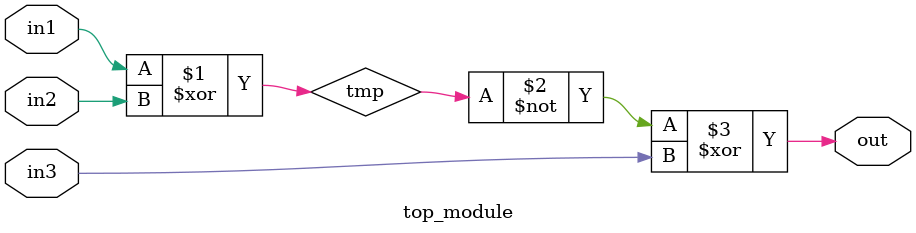
<source format=sv>
module top_module (
    input  logic in1,
    input  logic in2,
    input  logic in3,
    output logic out
);

    logic tmp;

    assign tmp = in1 ^ in2;
    assign out = ~tmp ^ in3;

endmodule

</source>
